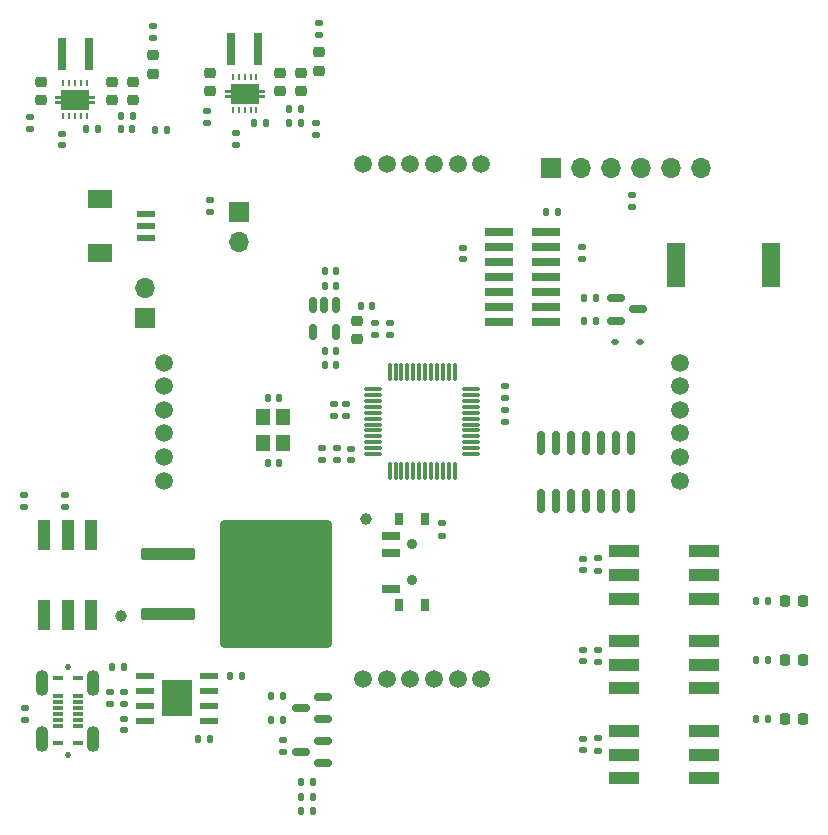
<source format=gbr>
%TF.GenerationSoftware,KiCad,Pcbnew,7.0.7-7.0.7~ubuntu22.04.1*%
%TF.CreationDate,2023-10-06T14:41:20+02:00*%
%TF.ProjectId,ShotClockProject,53686f74-436c-46f6-936b-50726f6a6563,rev?*%
%TF.SameCoordinates,Original*%
%TF.FileFunction,Soldermask,Top*%
%TF.FilePolarity,Negative*%
%FSLAX46Y46*%
G04 Gerber Fmt 4.6, Leading zero omitted, Abs format (unit mm)*
G04 Created by KiCad (PCBNEW 7.0.7-7.0.7~ubuntu22.04.1) date 2023-10-06 14:41:20*
%MOMM*%
%LPD*%
G01*
G04 APERTURE LIST*
G04 Aperture macros list*
%AMRoundRect*
0 Rectangle with rounded corners*
0 $1 Rounding radius*
0 $2 $3 $4 $5 $6 $7 $8 $9 X,Y pos of 4 corners*
0 Add a 4 corners polygon primitive as box body*
4,1,4,$2,$3,$4,$5,$6,$7,$8,$9,$2,$3,0*
0 Add four circle primitives for the rounded corners*
1,1,$1+$1,$2,$3*
1,1,$1+$1,$4,$5*
1,1,$1+$1,$6,$7*
1,1,$1+$1,$8,$9*
0 Add four rect primitives between the rounded corners*
20,1,$1+$1,$2,$3,$4,$5,0*
20,1,$1+$1,$4,$5,$6,$7,0*
20,1,$1+$1,$6,$7,$8,$9,0*
20,1,$1+$1,$8,$9,$2,$3,0*%
%AMFreePoly0*
4,1,21,-0.125000,1.200000,0.125000,1.200000,0.125000,1.700000,0.375000,1.700000,0.375000,1.200000,0.825000,1.200000,0.825000,-1.200000,0.375000,-1.200000,0.375000,-1.700000,0.125000,-1.700000,0.125000,-1.200000,-0.125000,-1.200000,-0.125000,-1.700000,-0.375000,-1.700000,-0.375000,-1.200000,-0.825000,-1.200000,-0.825000,1.200000,-0.375000,1.200000,-0.375000,1.700000,-0.125000,1.700000,
-0.125000,1.200000,-0.125000,1.200000,$1*%
G04 Aperture macros list end*
%ADD10RoundRect,0.150000X-0.150000X0.512500X-0.150000X-0.512500X0.150000X-0.512500X0.150000X0.512500X0*%
%ADD11RoundRect,0.135000X0.185000X-0.135000X0.185000X0.135000X-0.185000X0.135000X-0.185000X-0.135000X0*%
%ADD12RoundRect,0.135000X0.135000X0.185000X-0.135000X0.185000X-0.135000X-0.185000X0.135000X-0.185000X0*%
%ADD13R,1.700000X1.700000*%
%ADD14O,1.700000X1.700000*%
%ADD15RoundRect,0.140000X0.170000X-0.140000X0.170000X0.140000X-0.170000X0.140000X-0.170000X-0.140000X0*%
%ADD16RoundRect,0.140000X0.140000X0.170000X-0.140000X0.170000X-0.140000X-0.170000X0.140000X-0.170000X0*%
%ADD17RoundRect,0.140000X-0.170000X0.140000X-0.170000X-0.140000X0.170000X-0.140000X0.170000X0.140000X0*%
%ADD18RoundRect,0.135000X-0.185000X0.135000X-0.185000X-0.135000X0.185000X-0.135000X0.185000X0.135000X0*%
%ADD19RoundRect,0.218750X-0.218750X-0.256250X0.218750X-0.256250X0.218750X0.256250X-0.218750X0.256250X0*%
%ADD20C,0.520000*%
%ADD21R,0.870000X0.300000*%
%ADD22O,1.100000X2.200000*%
%ADD23RoundRect,0.225000X-0.250000X0.225000X-0.250000X-0.225000X0.250000X-0.225000X0.250000X0.225000X0*%
%ADD24C,1.500000*%
%ADD25R,1.000000X2.550000*%
%ADD26RoundRect,0.135000X-0.135000X-0.185000X0.135000X-0.185000X0.135000X0.185000X-0.135000X0.185000X0*%
%ADD27C,1.000000*%
%ADD28RoundRect,0.218750X-0.256250X0.218750X-0.256250X-0.218750X0.256250X-0.218750X0.256250X0.218750X0*%
%ADD29R,1.550000X0.600000*%
%ADD30R,2.000000X1.500000*%
%ADD31R,1.600000X3.800000*%
%ADD32R,2.550000X1.000000*%
%ADD33RoundRect,0.150000X0.150000X-0.825000X0.150000X0.825000X-0.150000X0.825000X-0.150000X-0.825000X0*%
%ADD34RoundRect,0.250000X-2.050000X-0.300000X2.050000X-0.300000X2.050000X0.300000X-2.050000X0.300000X0*%
%ADD35RoundRect,0.250002X-4.449998X-5.149998X4.449998X-5.149998X4.449998X5.149998X-4.449998X5.149998X0*%
%ADD36R,0.800000X1.000000*%
%ADD37C,0.900000*%
%ADD38R,1.500000X0.700000*%
%ADD39RoundRect,0.218750X0.256250X-0.218750X0.256250X0.218750X-0.256250X0.218750X-0.256250X-0.218750X0*%
%ADD40R,0.800000X2.700000*%
%ADD41RoundRect,0.075000X-0.662500X-0.075000X0.662500X-0.075000X0.662500X0.075000X-0.662500X0.075000X0*%
%ADD42RoundRect,0.075000X-0.075000X-0.662500X0.075000X-0.662500X0.075000X0.662500X-0.075000X0.662500X0*%
%ADD43RoundRect,0.112500X0.187500X0.112500X-0.187500X0.112500X-0.187500X-0.112500X0.187500X-0.112500X0*%
%ADD44R,0.240000X0.600000*%
%ADD45FreePoly0,270.000000*%
%ADD46R,1.200000X1.400000*%
%ADD47R,2.400000X0.740000*%
%ADD48RoundRect,0.150000X0.587500X0.150000X-0.587500X0.150000X-0.587500X-0.150000X0.587500X-0.150000X0*%
%ADD49RoundRect,0.140000X-0.140000X-0.170000X0.140000X-0.170000X0.140000X0.170000X-0.140000X0.170000X0*%
%ADD50R,2.600000X3.100000*%
%ADD51RoundRect,0.150000X-0.587500X-0.150000X0.587500X-0.150000X0.587500X0.150000X-0.587500X0.150000X0*%
G04 APERTURE END LIST*
D10*
%TO.C,U2*%
X146680000Y-90112500D03*
X145730000Y-90112500D03*
X144780000Y-90112500D03*
X144780000Y-92387500D03*
X146680000Y-92387500D03*
%TD*%
D11*
%TO.C,R3*%
X120250000Y-107250000D03*
X120250000Y-106230000D03*
%TD*%
D12*
%TO.C,R24*%
X143760000Y-73500000D03*
X142740000Y-73500000D03*
%TD*%
D13*
%TO.C,J4*%
X130575000Y-91225000D03*
D14*
X130575000Y-88685000D03*
%TD*%
D15*
%TO.C,C5*%
X146500000Y-99514252D03*
X146500000Y-98554252D03*
%TD*%
D16*
%TO.C,C22*%
X129470000Y-75250000D03*
X128510000Y-75250000D03*
%TD*%
D15*
%TO.C,C28*%
X167613764Y-120297396D03*
X167613764Y-119337396D03*
%TD*%
D17*
%TO.C,C6*%
X157500000Y-85270000D03*
X157500000Y-86230000D03*
%TD*%
D18*
%TO.C,R38*%
X171739850Y-80817284D03*
X171739850Y-81837284D03*
%TD*%
D19*
%TO.C,D1*%
X184712500Y-120200000D03*
X186287500Y-120200000D03*
%TD*%
D20*
%TO.C,J6*%
X124000000Y-128250000D03*
X124000000Y-120750000D03*
D21*
X123135000Y-127250000D03*
X123135000Y-125750000D03*
X123135000Y-125250000D03*
X123135000Y-124750000D03*
X123135000Y-124250000D03*
X123135000Y-123750000D03*
X123135000Y-123250000D03*
X123135000Y-121750000D03*
X124865000Y-121750000D03*
X124865000Y-123250000D03*
X124865000Y-123750000D03*
X124865000Y-124250000D03*
X124865000Y-124750000D03*
X124865000Y-125250000D03*
X124865000Y-125750000D03*
X124865000Y-127250000D03*
D22*
X121850000Y-126900000D03*
X126150000Y-126900000D03*
X121850000Y-122100000D03*
X126150000Y-122100000D03*
%TD*%
D11*
%TO.C,R30*%
X131250000Y-67510000D03*
X131250000Y-66490000D03*
%TD*%
D23*
%TO.C,C25*%
X121760000Y-71225000D03*
X121760000Y-72775000D03*
%TD*%
D24*
%TO.C,U9*%
X132175000Y-95000000D03*
X132175000Y-97000000D03*
X132175000Y-99000000D03*
X132175000Y-101000000D03*
X132175000Y-103000000D03*
X132175000Y-105000000D03*
%TD*%
D25*
%TO.C,SW1*%
X122000000Y-109620000D03*
X124000000Y-109620000D03*
X126000000Y-109620000D03*
X122000000Y-116380000D03*
X124000000Y-116380000D03*
X126000000Y-116380000D03*
%TD*%
D19*
%TO.C,D2*%
X184712500Y-115200000D03*
X186287500Y-115200000D03*
%TD*%
D26*
%TO.C,R35*%
X167740000Y-89500000D03*
X168760000Y-89500000D03*
%TD*%
D12*
%TO.C,R14*%
X144760000Y-133000000D03*
X143740000Y-133000000D03*
%TD*%
D27*
%TO.C,TP2*%
X128500000Y-116500000D03*
%TD*%
D15*
%TO.C,C1*%
X151250000Y-92647500D03*
X151250000Y-91687500D03*
%TD*%
D17*
%TO.C,C15*%
X148000000Y-102290000D03*
X148000000Y-103250000D03*
%TD*%
D12*
%TO.C,R25*%
X140760000Y-74750000D03*
X139740000Y-74750000D03*
%TD*%
D18*
%TO.C,R32*%
X168863764Y-119327396D03*
X168863764Y-120347396D03*
%TD*%
D15*
%TO.C,C2*%
X150000000Y-92647500D03*
X150000000Y-91687500D03*
%TD*%
D11*
%TO.C,R37*%
X127594366Y-123939407D03*
X127594366Y-122919407D03*
%TD*%
D28*
%TO.C,D5*%
X131250000Y-68962500D03*
X131250000Y-70537500D03*
%TD*%
D12*
%TO.C,R34*%
X168760000Y-91500000D03*
X167740000Y-91500000D03*
%TD*%
D29*
%TO.C,J3*%
X130630000Y-82450000D03*
X130630000Y-83450000D03*
X130630000Y-84450000D03*
D30*
X126750000Y-85750000D03*
X126750000Y-81150000D03*
%TD*%
D16*
%TO.C,C12*%
X146710000Y-95250000D03*
X145750000Y-95250000D03*
%TD*%
D31*
%TO.C,BUZZER1*%
X183500000Y-86750000D03*
X175500000Y-86750000D03*
%TD*%
D15*
%TO.C,C4*%
X147572489Y-99511579D03*
X147572489Y-98551579D03*
%TD*%
D17*
%TO.C,C26*%
X123485444Y-75619367D03*
X123485444Y-76579367D03*
%TD*%
D11*
%TO.C,R23*%
X135750000Y-74760000D03*
X135750000Y-73740000D03*
%TD*%
D32*
%TO.C,SW4*%
X171120000Y-122600000D03*
X171120000Y-120600000D03*
X171120000Y-118600000D03*
X177880000Y-122600000D03*
X177880000Y-120600000D03*
X177880000Y-118600000D03*
%TD*%
D18*
%TO.C,R2*%
X145000000Y-74740000D03*
X145000000Y-75760000D03*
%TD*%
D33*
%TO.C,U5*%
X164060000Y-106725000D03*
X165330000Y-106725000D03*
X166600000Y-106725000D03*
X167870000Y-106725000D03*
X169140000Y-106725000D03*
X170410000Y-106725000D03*
X171680000Y-106725000D03*
X171680000Y-101775000D03*
X170410000Y-101775000D03*
X169140000Y-101775000D03*
X167870000Y-101775000D03*
X166600000Y-101775000D03*
X165330000Y-101775000D03*
X164060000Y-101775000D03*
%TD*%
D34*
%TO.C,Q1*%
X132500000Y-111250000D03*
D35*
X141650000Y-113790000D03*
D34*
X132500000Y-116330000D03*
%TD*%
D36*
%TO.C,SW2*%
X152040000Y-115550000D03*
X154250000Y-115550000D03*
D37*
X153150000Y-113400000D03*
X153150000Y-110400000D03*
D36*
X152040000Y-108250000D03*
X154250000Y-108250000D03*
D38*
X151390000Y-114150000D03*
X151390000Y-111150000D03*
X151390000Y-109650000D03*
%TD*%
D15*
%TO.C,C29*%
X167629907Y-112562543D03*
X167629907Y-111602543D03*
%TD*%
D16*
%TO.C,C17*%
X143710000Y-74750000D03*
X142750000Y-74750000D03*
%TD*%
D39*
%TO.C,FB1*%
X148500000Y-93037500D03*
X148500000Y-91462500D03*
%TD*%
D11*
%TO.C,R26*%
X145250000Y-67260000D03*
X145250000Y-66240000D03*
%TD*%
D12*
%TO.C,R28*%
X129517361Y-74103111D03*
X128497361Y-74103111D03*
%TD*%
D24*
%TO.C,U6*%
X159000000Y-78175000D03*
X157000000Y-78175000D03*
X155000000Y-78175000D03*
X153000000Y-78175000D03*
X151000000Y-78175000D03*
X149000000Y-78175000D03*
%TD*%
D40*
%TO.C,L2*%
X123473288Y-68915675D03*
X125773288Y-68915675D03*
%TD*%
D12*
%TO.C,R13*%
X183260000Y-125200000D03*
X182240000Y-125200000D03*
%TD*%
D18*
%TO.C,R6*%
X161000000Y-96990000D03*
X161000000Y-98010000D03*
%TD*%
D41*
%TO.C,U1*%
X149837500Y-97250000D03*
X149837500Y-97750000D03*
X149837500Y-98250000D03*
X149837500Y-98750000D03*
X149837500Y-99250000D03*
X149837500Y-99750000D03*
X149837500Y-100250000D03*
X149837500Y-100750000D03*
X149837500Y-101250000D03*
X149837500Y-101750000D03*
X149837500Y-102250000D03*
X149837500Y-102750000D03*
D42*
X151250000Y-104162500D03*
X151750000Y-104162500D03*
X152250000Y-104162500D03*
X152750000Y-104162500D03*
X153250000Y-104162500D03*
X153750000Y-104162500D03*
X154250000Y-104162500D03*
X154750000Y-104162500D03*
X155250000Y-104162500D03*
X155750000Y-104162500D03*
X156250000Y-104162500D03*
X156750000Y-104162500D03*
D41*
X158162500Y-102750000D03*
X158162500Y-102250000D03*
X158162500Y-101750000D03*
X158162500Y-101250000D03*
X158162500Y-100750000D03*
X158162500Y-100250000D03*
X158162500Y-99750000D03*
X158162500Y-99250000D03*
X158162500Y-98750000D03*
X158162500Y-98250000D03*
X158162500Y-97750000D03*
X158162500Y-97250000D03*
D42*
X156750000Y-95837500D03*
X156250000Y-95837500D03*
X155750000Y-95837500D03*
X155250000Y-95837500D03*
X154750000Y-95837500D03*
X154250000Y-95837500D03*
X153750000Y-95837500D03*
X153250000Y-95837500D03*
X152750000Y-95837500D03*
X152250000Y-95837500D03*
X151750000Y-95837500D03*
X151250000Y-95837500D03*
%TD*%
D43*
%TO.C,D6*%
X172471141Y-93265218D03*
X170371141Y-93265218D03*
%TD*%
D44*
%TO.C,U3*%
X139970000Y-70850000D03*
X139470000Y-70850000D03*
X138970000Y-70850000D03*
X138470000Y-70850000D03*
X137970000Y-70850000D03*
X137970000Y-73650000D03*
X138470000Y-73650000D03*
X138970000Y-73650000D03*
X139470000Y-73650000D03*
X139970000Y-73650000D03*
D45*
X138970000Y-72250000D03*
%TD*%
D12*
%TO.C,R15*%
X142260000Y-125250000D03*
X141240000Y-125250000D03*
%TD*%
%TO.C,R12*%
X183260000Y-115200000D03*
X182240000Y-115200000D03*
%TD*%
D13*
%TO.C,J7*%
X138500000Y-82250000D03*
D14*
X138500000Y-84790000D03*
%TD*%
D19*
%TO.C,D3*%
X184712500Y-125200000D03*
X186287500Y-125200000D03*
%TD*%
D16*
%TO.C,C8*%
X141880000Y-103500000D03*
X140920000Y-103500000D03*
%TD*%
%TO.C,C9*%
X146730000Y-88500000D03*
X145770000Y-88500000D03*
%TD*%
D46*
%TO.C,Y1*%
X140550000Y-99650000D03*
X140550000Y-101850000D03*
X142250000Y-101850000D03*
X142250000Y-99650000D03*
%TD*%
D18*
%TO.C,R17*%
X146750000Y-102240000D03*
X146750000Y-103260000D03*
%TD*%
D24*
%TO.C,U8*%
X149000000Y-121825000D03*
X151000000Y-121825000D03*
X153000000Y-121825000D03*
X155000000Y-121825000D03*
X157000000Y-121825000D03*
X159000000Y-121825000D03*
%TD*%
D11*
%TO.C,R27*%
X120760000Y-75260000D03*
X120760000Y-74240000D03*
%TD*%
D26*
%TO.C,R4*%
X131389746Y-75299114D03*
X132409746Y-75299114D03*
%TD*%
%TO.C,R7*%
X182240000Y-120200000D03*
X183260000Y-120200000D03*
%TD*%
D11*
%TO.C,R36*%
X120364285Y-125285612D03*
X120364285Y-124265612D03*
%TD*%
D18*
%TO.C,R33*%
X168879907Y-111592543D03*
X168879907Y-112612543D03*
%TD*%
D12*
%TO.C,R29*%
X126520000Y-75250000D03*
X125500000Y-75250000D03*
%TD*%
D47*
%TO.C,J2*%
X164450000Y-91560000D03*
X160550000Y-91560000D03*
X164450000Y-90290000D03*
X160550000Y-90290000D03*
X164450000Y-89020000D03*
X160550000Y-89020000D03*
X164450000Y-87750000D03*
X160550000Y-87750000D03*
X164450000Y-86480000D03*
X160550000Y-86480000D03*
X164450000Y-85210000D03*
X160550000Y-85210000D03*
X164450000Y-83940000D03*
X160550000Y-83940000D03*
%TD*%
D11*
%TO.C,R20*%
X142250000Y-128010000D03*
X142250000Y-126990000D03*
%TD*%
D32*
%TO.C,SW3*%
X171120000Y-130200000D03*
X171120000Y-128200000D03*
X171120000Y-126200000D03*
X177880000Y-130200000D03*
X177880000Y-128200000D03*
X177880000Y-126200000D03*
%TD*%
D23*
%TO.C,C24*%
X127760000Y-71225000D03*
X127760000Y-72775000D03*
%TD*%
%TO.C,C19*%
X142000000Y-70450000D03*
X142000000Y-72000000D03*
%TD*%
D44*
%TO.C,U4*%
X125630000Y-71350000D03*
X125130000Y-71350000D03*
X124630000Y-71350000D03*
X124130000Y-71350000D03*
X123630000Y-71350000D03*
X123630000Y-74150000D03*
X124130000Y-74150000D03*
X124630000Y-74150000D03*
X125130000Y-74150000D03*
X125630000Y-74150000D03*
D45*
X124630000Y-72750000D03*
%TD*%
D11*
%TO.C,R11*%
X145500000Y-103260000D03*
X145500000Y-102240000D03*
%TD*%
D18*
%TO.C,R31*%
X168884243Y-126830794D03*
X168884243Y-127850794D03*
%TD*%
D16*
%TO.C,C10*%
X146710000Y-87250000D03*
X145750000Y-87250000D03*
%TD*%
D23*
%TO.C,C23*%
X129510000Y-71225000D03*
X129510000Y-72775000D03*
%TD*%
D48*
%TO.C,Q2*%
X145625000Y-128950000D03*
X145625000Y-127050000D03*
X143750000Y-128000000D03*
%TD*%
D49*
%TO.C,C3*%
X148836477Y-90177139D03*
X149796477Y-90177139D03*
%TD*%
D26*
%TO.C,R19*%
X143740000Y-131750000D03*
X144760000Y-131750000D03*
%TD*%
D13*
%TO.C,J1*%
X164904106Y-78500000D03*
D14*
X167444106Y-78500000D03*
X169984106Y-78500000D03*
X172524106Y-78500000D03*
X175064106Y-78500000D03*
X177604106Y-78500000D03*
%TD*%
D15*
%TO.C,C27*%
X167634243Y-127820794D03*
X167634243Y-126860794D03*
%TD*%
D16*
%TO.C,C16*%
X144730000Y-130500000D03*
X143770000Y-130500000D03*
%TD*%
D12*
%TO.C,R16*%
X142260000Y-123250000D03*
X141240000Y-123250000D03*
%TD*%
D49*
%TO.C,C7*%
X140920000Y-98000000D03*
X141880000Y-98000000D03*
%TD*%
D40*
%TO.C,L1*%
X137822719Y-68433302D03*
X140122719Y-68433302D03*
%TD*%
D28*
%TO.C,D4*%
X145250000Y-68712500D03*
X145250000Y-70287500D03*
%TD*%
D11*
%TO.C,R18*%
X128750000Y-123934212D03*
X128750000Y-122914212D03*
%TD*%
%TO.C,R8*%
X155650000Y-109650000D03*
X155650000Y-108630000D03*
%TD*%
D17*
%TO.C,C21*%
X138253035Y-75609138D03*
X138253035Y-76569138D03*
%TD*%
D16*
%TO.C,C11*%
X146710000Y-94000000D03*
X145750000Y-94000000D03*
%TD*%
D23*
%TO.C,C18*%
X143750000Y-70450000D03*
X143750000Y-72000000D03*
%TD*%
D12*
%TO.C,R21*%
X128760000Y-120750000D03*
X127740000Y-120750000D03*
%TD*%
D50*
%TO.C,IC1*%
X133250000Y-123414212D03*
D29*
X130550000Y-121509212D03*
X130550000Y-122779212D03*
X130550000Y-124049212D03*
X130550000Y-125319212D03*
X135950000Y-125319212D03*
X135950000Y-124049212D03*
X135950000Y-122779212D03*
X135950000Y-121509212D03*
%TD*%
D11*
%TO.C,R5*%
X161000000Y-100010000D03*
X161000000Y-98990000D03*
%TD*%
D32*
%TO.C,SW5*%
X171120000Y-115000000D03*
X171120000Y-113000000D03*
X171120000Y-111000000D03*
X177880000Y-115000000D03*
X177880000Y-113000000D03*
X177880000Y-111000000D03*
%TD*%
D51*
%TO.C,Q4*%
X172250000Y-90500000D03*
X170375000Y-91450000D03*
X170375000Y-89550000D03*
%TD*%
D11*
%TO.C,R1*%
X123750000Y-107250000D03*
X123750000Y-106230000D03*
%TD*%
D24*
%TO.C,U7*%
X175825000Y-105000000D03*
X175825000Y-103000000D03*
X175825000Y-101000000D03*
X175825000Y-99000000D03*
X175825000Y-97000000D03*
X175825000Y-95000000D03*
%TD*%
D18*
%TO.C,R9*%
X167500000Y-85240000D03*
X167500000Y-86260000D03*
%TD*%
D26*
%TO.C,R39*%
X164490000Y-82250000D03*
X165510000Y-82250000D03*
%TD*%
D23*
%TO.C,C20*%
X136000000Y-70450000D03*
X136000000Y-72000000D03*
%TD*%
D27*
%TO.C,TP5*%
X149250000Y-108250000D03*
%TD*%
D15*
%TO.C,C13*%
X128750000Y-126144212D03*
X128750000Y-125184212D03*
%TD*%
D18*
%TO.C,R22*%
X136031297Y-81250590D03*
X136031297Y-82270590D03*
%TD*%
D48*
%TO.C,Q3*%
X145625000Y-125200000D03*
X145625000Y-123300000D03*
X143750000Y-124250000D03*
%TD*%
D12*
%TO.C,R10*%
X138758799Y-121508799D03*
X137738799Y-121508799D03*
%TD*%
D16*
%TO.C,C14*%
X136000000Y-126914212D03*
X135040000Y-126914212D03*
%TD*%
M02*

</source>
